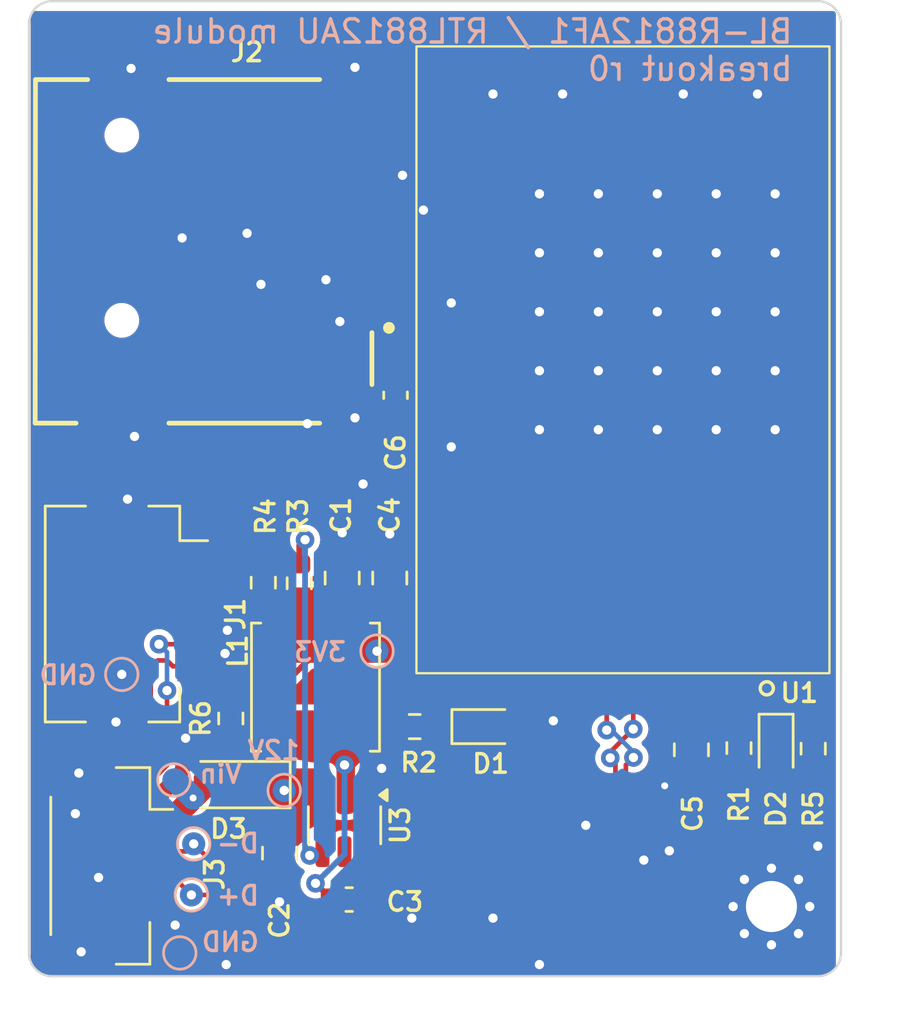
<source format=kicad_pcb>
(kicad_pcb (version 20221018) (generator pcbnew)
  (layers (0 "F.Cu" signal) (31 "B.Cu" signal) (34 "B.Paste" user) (35 "F.Paste" user) (36 "B.SilkS" user "B.Silkscreen") (37 "F.SilkS" user "F.Silkscreen") (38 "B.Mask" user) (39 "F.Mask" user) (44 "Edge.Cuts" user))
  (net 0 "")
  (net 1 "GND")
  (net 2 "+3V3")
  (net 3 "+12V")
  (net 4 "Net-(U3-SW)")
  (net 5 "Net-(U3-BST)")
  (net 6 "Net-(D1-K)")
  (net 7 "Net-(D1-A)")
  (net 8 "Net-(D2-K)")
  (net 9 "Net-(D3-A)")
  (net 10 "/SD_CLK")
  (net 11 "/SD_D0")
  (net 12 "/SD_D1")
  (net 13 "/SD_D2")
  (net 14 "/SD_D3")
  (net 15 "/SD_CMD")
  (net 16 "/WIFI_PDN")
  (net 17 "/USB_N")
  (net 18 "/USB_P")
  (net 19 "Net-(J1-Pin_12)")
  (net 21 "Net-(U1-PDN)")
  (net 22 "Net-(U3-FB)")
  (footprint "LED_SMD:LED_0603_1608Metric" (layer "F.Cu") (at 135.7125 79.25)
    (fp_text reference "D1" (at 0.1875 1.6) (layer "F.SilkS") (effects (font (size 0.8 0.8))))
    (fp_text value "LED_GREEN")
    (fp_line (start -1.485 -0.735) (end -1.485 0.735) (stroke (width 0.12)) (layer "F.SilkS"))
    (fp_line (start -1.485 0.735) (end 0.8 0.735) (stroke (width 0.12)) (layer "F.SilkS"))
    (fp_line (start 0.8 -0.735) (end -1.485 -0.735) (stroke (width 0.12)) (layer "F.SilkS"))
    (pad "1" smd roundrect (at -0.7875 0) (size 0.875 0.95) (layers "F.Cu" "F.Paste" "F.Mask") (net 6 "Net-(D1-K)"))
    (pad "2" smd roundrect (at 0.7875 0) (size 0.875 0.95) (layers "F.Cu" "F.Paste" "F.Mask") (net 7 "Net-(D1-A)"))
  )
  (footprint "Connector_JST:JST_GH_SM04B-GHS-TB_1x04-1MP_P1.25mm_Horizontal" (layer "F.Cu") (at 119.5 85.25 -90)
    (fp_text reference "J3" (at 0.35 -4.5 90) (layer "F.SilkS") (effects (font (size 0.8 0.8))))
    (fp_text value "JST-GH-4H")
    (fp_line (start -4.235 -1.71) (end -2.435 -1.71) (stroke (width 0.12)) (layer "F.SilkS"))
    (fp_line (start -4.235 -0.26) (end -4.235 -1.71) (stroke (width 0.12)) (layer "F.SilkS"))
    (fp_line (start -2.965 2.56) (end 2.965 2.56) (stroke (width 0.12)) (layer "F.SilkS"))
    (fp_line (start -2.435 -1.71) (end -2.435 -2.7) (stroke (width 0.12)) (layer "F.SilkS"))
    (fp_line (start 4.235 -1.71) (end 2.435 -1.71) (stroke (width 0.12)) (layer "F.SilkS"))
    (fp_line (start 4.235 -0.26) (end 4.235 -1.71) (stroke (width 0.12)) (layer "F.SilkS"))
    (pad "1" smd roundrect (at -1.875 -1.85 270) (size 0.6 1.7) (layers "F.Cu" "F.Paste" "F.Mask") (net 9 "Net-(D3-A)"))
    (pad "2" smd roundrect (at -0.625 -1.85 270) (size 0.6 1.7) (layers "F.Cu" "F.Paste" "F.Mask") (net 17 "/USB_N"))
    (pad "3" smd roundrect (at 0.625 -1.85 270) (size 0.6 1.7) (layers "F.Cu" "F.Paste" "F.Mask") (net 18 "/USB_P"))
    (pad "4" smd roundrect (at 1.875 -1.85 270) (size 0.6 1.7) (layers "F.Cu" "F.Paste" "F.Mask") (net 1 "GND"))
    (pad "MP" smd roundrect (at -3.725 1.35 270) (size 1 2.7) (layers "F.Cu" "F.Paste" "F.Mask") (net 1 "GND"))
    (pad "MP" smd roundrect (at 3.725 1.35 270) (size 1 2.7) (layers "F.Cu" "F.Paste" "F.Mask") (net 1 "GND"))
  )
  (footprint "Resistor_SMD:R_0603_1608Metric" (layer "F.Cu") (at 127.65 73.075 90)
    (fp_text reference "R3" (at 2.875 -0.05 90) (layer "F.SilkS") (effects (font (size 0.8 0.8))))
    (fp_text value "31K6")
    (fp_line (start -0.237258 -0.5225) (end 0.237258 -0.5225) (stroke (width 0.12)) (layer "F.SilkS"))
    (fp_line (start -0.237258 0.5225) (end 0.237258 0.5225) (stroke (width 0.12)) (layer "F.SilkS"))
    (pad "1" smd roundrect (at -0.825 0 90) (size 0.8 0.95) (layers "F.Cu" "F.Paste" "F.Mask") (net 2 "+3V3"))
    (pad "2" smd roundrect (at 0.825 0 90) (size 0.8 0.95) (layers "F.Cu" "F.Paste" "F.Mask") (net 22 "Net-(U3-FB)"))
  )
  (footprint "hadv-connectors:TF-01A" (layer "F.Cu") (at 123.5306 58.7782 -90)
    (fp_text reference "J2" (at -8.5782 -1.8694 -180) (layer "F.SilkS") (effects (font (size 0.8 0.8))))
    (fp_text value "TF-01A")
    (fp_line (start -7.4 -5) (end -7.4 1.5) (stroke (width 0.2032)) (layer "F.SilkS"))
    (fp_line (start -7.4 5) (end -7.39902 7.25) (stroke (width 0.2032)) (layer "F.SilkS"))
    (fp_line (start -7.39902 7.25) (end 7.39902 7.2627) (stroke (width 0.2032)) (layer "F.SilkS"))
    (fp_line (start 3.5 -7.25) (end 5.738 -7.25) (stroke (width 0.2032)) (layer "F.SilkS"))
    (fp_line (start 7.39902 7.2627) (end 7.4 5.5) (stroke (width 0.2032)) (layer "F.SilkS"))
    (fp_line (start 7.4 1.5) (end 7.4 -5) (stroke (width 0.2032)) (layer "F.SilkS"))
    (fp_circle (center 3.29565 -7.98449) (end 3.54965 -7.98449) (fill solid) (layer "F.SilkS"))
    (pad "" np_thru_hole circle (at -5.0038 3.5306 270) (size 0.999997 0.999997) (drill 0.999997) (layers "*.Cu" "*.Mask"))
    (pad "" np_thru_hole circle (at 2.9718 3.5306 270) (size 0.999997 0.999997) (drill 0.999997) (layers "*.Cu" "*.Mask"))
    (pad "1" smd rect (at 2.2298 -7.1738) (size 1.3 0.7) (layers "F.Cu" "F.Paste" "F.Mask") (net 13 "/SD_D2"))
    (pad "2" smd rect (at 1.1298 -7.1738) (size 1.3 0.7) (layers "F.Cu" "F.Paste" "F.Mask") (net 14 "/SD_D3"))
    (pad "3" smd rect (at 0.0298 -7.1738) (size 1.3 0.7) (layers "F.Cu" "F.Paste" "F.Mask") (net 15 "/SD_CMD"))
    (pad "4" smd rect (at -1.0702 -7.1738) (size 1.3 0.7) (layers "F.Cu" "F.Paste" "F.Mask") (net 2 "+3V3"))
    (pad "5" smd rect (at -2.1702 -7.1738) (size 1.3 0.7) (layers "F.Cu" "F.Paste" "F.Mask") (net 10 "/SD_CLK"))
    (pad "6" smd rect (at -3.2702 -7.1738) (size 1.3 0.7) (layers "F.Cu" "F.Paste" "F.Mask") (net 1 "GND"))
    (pad "7" smd rect (at -4.3702 -7.1738) (size 1.3 0.7) (layers "F.Cu" "F.Paste" "F.Mask") (net 11 "/SD_D0"))
    (pad "8" smd rect (at -5.4702 -7.1738) (size 1.3 0.7) (layers "F.Cu" "F.Paste" "F.Mask") (net 12 "/SD_D1"))
    (pad "9" smd rect (at -6.5702 -7.1738) (size 1.3 0.7) (layers "F.Cu" "F.Paste" "F.Mask"))
    (pad "10" smd rect (at -7.9886 -6.4) (size 1.651 1.4478) (layers "F.Cu" "F.Paste" "F.Mask") (net 1 "GND"))
    (pad "10" smd rect (at -7.9886 3.3) (size 2.4384 1.4478) (layers "F.Cu" "F.Paste" "F.Mask") (net 1 "GND"))
    (pad "10" smd rect (at 7.0612 -6.4) (size 1.651 1.8542) (layers "F.Cu" "F.Paste" "F.Mask") (net 1 "GND"))
    (pad "10" smd rect (at 7.8362 3.3) (size 2.4384 1.4478) (layers "F.Cu" "F.Paste" "F.Mask") (net 1 "GND"))
  )
  (footprint "Resistor_SMD:R_0603_1608Metric" (layer "F.Cu") (at 149.8 80.2 -90)
    (fp_text reference "R5" (at 2.6 0 90) (layer "F.SilkS") (effects (font (size 0.8 0.8))))
    (fp_text value "220R")
    (fp_line (start -0.237258 -0.5225) (end 0.237258 -0.5225) (stroke (width 0.12)) (layer "F.SilkS"))
    (fp_line (start -0.237258 0.5225) (end 0.237258 0.5225) (stroke (width 0.12)) (layer "F.SilkS"))
    (pad "1" smd roundrect (at -0.825 0 270) (size 0.8 0.95) (layers "F.Cu" "F.Paste" "F.Mask") (net 8 "Net-(D2-K)"))
    (pad "2" smd roundrect (at 0.825 0 270) (size 0.8 0.95) (layers "F.Cu" "F.Paste" "F.Mask") (net 1 "GND"))
  )
  (footprint "Resistor_SMD:R_0603_1608Metric" (layer "F.Cu") (at 146.6 80.175 90)
    (fp_text reference "R1" (at -2.425 0 90) (layer "F.SilkS") (effects (font (size 0.8 0.8))))
    (fp_text value "10K")
    (fp_line (start -0.237258 -0.5225) (end 0.237258 -0.5225) (stroke (width 0.12)) (layer "F.SilkS"))
    (fp_line (start -0.237258 0.5225) (end 0.237258 0.5225) (stroke (width 0.12)) (layer "F.SilkS"))
    (pad "1" smd roundrect (at -0.825 0 90) (size 0.8 0.95) (layers "F.Cu" "F.Paste" "F.Mask") (net 2 "+3V3"))
    (pad "2" smd roundrect (at 0.825 0 90) (size 0.8 0.95) (layers "F.Cu" "F.Paste" "F.Mask") (net 21 "Net-(U1-PDN)"))
  )
  (footprint "LED_SMD:LED_0603_1608Metric" (layer "F.Cu") (at 148.2 80.2 -90)
    (fp_text reference "D2" (at 2.6 0 90) (layer "F.SilkS") (effects (font (size 0.8 0.8))))
    (fp_text value "LED_RED")
    (fp_line (start -1.485 -0.735) (end -1.485 0.735) (stroke (width 0.12)) (layer "F.SilkS"))
    (fp_line (start -1.485 0.735) (end 0.8 0.735) (stroke (width 0.12)) (layer "F.SilkS"))
    (fp_line (start 0.8 -0.735) (end -1.485 -0.735) (stroke (width 0.12)) (layer "F.SilkS"))
    (pad "1" smd roundrect (at -0.7875 0 270) (size 0.875 0.95) (layers "F.Cu" "F.Paste" "F.Mask") (net 8 "Net-(D2-K)"))
    (pad "2" smd roundrect (at 0.7875 0 270) (size 0.875 0.95) (layers "F.Cu" "F.Paste" "F.Mask") (net 2 "+3V3"))
  )
  (footprint "Capacitor_SMD:C_0805_2012Metric" (layer "F.Cu") (at 129.5 72.85 -90)
    (fp_text reference "C1" (at -2.7 0.05 90) (layer "F.SilkS") (effects (font (size 0.8 0.8))))
    (fp_text value "22uF")
    (fp_line (start -0.261252 -0.735) (end 0.261252 -0.735) (stroke (width 0.12)) (layer "F.SilkS"))
    (fp_line (start -0.261252 0.735) (end 0.261252 0.735) (stroke (width 0.12)) (layer "F.SilkS"))
    (pad "1" smd roundrect (at -0.95 0 270) (size 1 1.45) (layers "F.Cu" "F.Paste" "F.Mask") (net 1 "GND"))
    (pad "2" smd roundrect (at 0.95 0 270) (size 1 1.45) (layers "F.Cu" "F.Paste" "F.Mask") (net 2 "+3V3"))
  )
  (footprint "Capacitor_SMD:C_0805_2012Metric" (layer "F.Cu") (at 126.8 84.7 90)
    (fp_text reference "C2" (at -2.9 0 90) (layer "F.SilkS") (effects (font (size 0.8 0.8))))
    (fp_text value "10uF")
    (fp_line (start -0.261252 -0.735) (end 0.261252 -0.735) (stroke (width 0.12)) (layer "F.SilkS"))
    (fp_line (start -0.261252 0.735) (end 0.261252 0.735) (stroke (width 0.12)) (layer "F.SilkS"))
    (pad "1" smd roundrect (at -0.95 0 90) (size 1 1.45) (layers "F.Cu" "F.Paste" "F.Mask") (net 1 "GND"))
    (pad "2" smd roundrect (at 0.95 0 90) (size 1 1.45) (layers "F.Cu" "F.Paste" "F.Mask") (net 3 "+12V"))
  )
  (footprint "Inductor_SMD:L_Sunlord_SWPA5020S" (layer "F.Cu") (at 128.35 77.55 90)
    (fp_text reference "L1" (at 1.55 -3.35 90) (layer "F.SilkS") (effects (font (size 0.8 0.8))))
    (fp_text value "LQH5BPN3R3N38L")
    (fp_line (start -2.76 -2.76) (end -2.76 -2.36) (stroke (width 0.12)) (layer "F.SilkS"))
    (fp_line (start -2.76 -2.76) (end 2.76 -2.76) (stroke (width 0.12)) (layer "F.SilkS"))
    (fp_line (start -2.76 2.76) (end -2.76 2.36) (stroke (width 0.12)) (layer "F.SilkS"))
    (fp_line (start -2.76 2.76) (end 2.76 2.76) (stroke (width 0.12)) (layer "F.SilkS"))
    (fp_line (start 2.76 -2.76) (end 2.76 -2.36) (stroke (width 0.12)) (layer "F.SilkS"))
    (fp_line (start 2.76 2.76) (end 2.76 2.36) (stroke (width 0.12)) (layer "F.SilkS"))
    (pad "1" smd rect (at -1.85 0 90) (size 1.4 4.2) (layers "F.Cu" "F.Paste" "F.Mask") (net 4 "Net-(U3-SW)"))
    (pad "2" smd rect (at 1.85 0 90) (size 1.4 4.2) (layers "F.Cu" "F.Paste" "F.Mask") (net 2 "+3V3"))
  )
  (footprint "Capacitor_SMD:C_0805_2012Metric" (layer "F.Cu") (at 144.55 80.25 90)
    (fp_text reference "C5" (at -2.75 0.05 90) (layer "F.SilkS") (effects (font (size 0.8 0.8))))
    (fp_text value "22uF")
    (fp_line (start -0.261252 -0.735) (end 0.261252 -0.735) (stroke (width 0.12)) (layer "F.SilkS"))
    (fp_line (start -0.261252 0.735) (end 0.261252 0.735) (stroke (width 0.12)) (layer "F.SilkS"))
    (pad "1" smd roundrect (at -0.95 0 90) (size 1 1.45) (layers "F.Cu" "F.Paste" "F.Mask") (net 1 "GND"))
    (pad "2" smd roundrect (at 0.95 0 90) (size 1 1.45) (layers "F.Cu" "F.Paste" "F.Mask") (net 2 "+3V3"))
  )
  (footprint "Capacitor_SMD:C_0603_1608Metric" (layer "F.Cu") (at 131.8 64.975 -90)
    (fp_text reference "C6" (at 2.475 0 90) (layer "F.SilkS") (effects (font (size 0.8 0.8))))
    (fp_text value "0.1uF")
    (fp_line (start -0.14058 -0.51) (end 0.14058 -0.51) (stroke (width 0.12)) (layer "F.SilkS"))
    (fp_line (start -0.14058 0.51) (end 0.14058 0.51) (stroke (width 0.12)) (layer "F.SilkS"))
    (pad "1" smd roundrect (at -0.775 0 270) (size 0.9 0.95) (layers "F.Cu" "F.Paste" "F.Mask") (net 2 "+3V3"))
    (pad "2" smd roundrect (at 0.775 0 270) (size 0.9 0.95) (layers "F.Cu" "F.Paste" "F.Mask") (net 1 "GND"))
  )
  (footprint "MountingHole:MountingHole_2.2mm_M2_Pad_Via" (layer "F.Cu") (at 148 87)
    (fp_text reference "H1" hide)
    (fp_text value "MH_2.2mm")
    (pad "1" thru_hole circle (at -1.65 0) (size 0.7 0.7) (drill 0.4) (layers "*.Cu" "*.Mask") (net 1 "GND"))
    (pad "1" thru_hole circle (at -1.166726 -1.166726) (size 0.7 0.7) (drill 0.4) (layers "*.Cu" "*.Mask") (net 1 "GND"))
    (pad "1" thru_hole circle (at -1.166726 1.166726) (size 0.7 0.7) (drill 0.4) (layers "*.Cu" "*.Mask") (net 1 "GND"))
    (pad "1" thru_hole circle (at 0 -1.65) (size 0.7 0.7) (drill 0.4) (layers "*.Cu" "*.Mask") (net 1 "GND"))
    (pad "1" thru_hole circle (at 0 0) (size 4.4 4.4) (drill 2.2) (layers "*.Cu" "*.Mask") (net 1 "GND"))
    (pad "1" thru_hole circle (at 0 1.65) (size 0.7 0.7) (drill 0.4) (layers "*.Cu" "*.Mask") (net 1 "GND"))
    (pad "1" thru_hole circle (at 1.166726 -1.166726) (size 0.7 0.7) (drill 0.4) (layers "*.Cu" "*.Mask") (net 1 "GND"))
    (pad "1" thru_hole circle (at 1.166726 1.166726) (size 0.7 0.7) (drill 0.4) (layers "*.Cu" "*.Mask") (net 1 "GND"))
    (pad "1" thru_hole circle (at 1.65 0) (size 0.7 0.7) (drill 0.4) (layers "*.Cu" "*.Mask") (net 1 "GND"))
  )
  (footprint "Resistor_SMD:R_0603_1608Metric" (layer "F.Cu") (at 132.625 79.25 180)
    (fp_text reference "R2" (at -0.175 -1.55) (layer "F.SilkS") (effects (font (size 0.8 0.8))))
    (fp_text value "220R")
    (fp_line (start -0.237258 -0.5225) (end 0.237258 -0.5225) (stroke (width 0.12)) (layer "F.SilkS"))
    (fp_line (start -0.237258 0.5225) (end 0.237258 0.5225) (stroke (width 0.12)) (layer "F.SilkS"))
    (pad "1" smd roundrect (at -0.825 0 180) (size 0.8 0.95) (layers "F.Cu" "F.Paste" "F.Mask") (net 6 "Net-(D1-K)"))
    (pad "2" smd roundrect (at 0.825 0 180) (size 0.8 0.95) (layers "F.Cu" "F.Paste" "F.Mask") (net 1 "GND"))
  )
  (footprint "Resistor_SMD:R_0603_1608Metric" (layer "F.Cu") (at 124.7 78.9 -90)
    (fp_text reference "R6" (at 0 1.3 90) (layer "F.SilkS") (effects (font (size 0.8 0.8))))
    (fp_text value "0R")
    (fp_line (start -0.237258 -0.5225) (end 0.237258 -0.5225) (stroke (width 0.12)) (layer "F.SilkS"))
    (fp_line (start -0.237258 0.5225) (end 0.237258 0.5225) (stroke (width 0.12)) (layer "F.SilkS"))
    (pad "1" smd roundrect (at -0.825 0 270) (size 0.8 0.95) (layers "F.Cu" "F.Paste" "F.Mask") (net 19 "Net-(J1-Pin_12)"))
    (pad "2" smd roundrect (at 0.825 0 270) (size 0.8 0.95) (layers "F.Cu" "F.Paste" "F.Mask") (net 2 "+3V3"))
  )
  (footprint "Package_TO_SOT_SMD:TSOT-23-6" (layer "F.Cu") (at 129.6 83.5 -90)
    (fp_text reference "U3" (at 0 -2.4 90) (layer "F.SilkS") (effects (font (size 0.8 0.8))))
    (fp_text value "AP62300WU")
    (fp_line (start 0 -1.56) (end -0.8 -1.56) (stroke (width 0.12)) (layer "F.SilkS"))
    (fp_line (start 0 -1.56) (end 0.8 -1.56) (stroke (width 0.12)) (layer "F.SilkS"))
    (fp_line (start 0 1.56) (end -0.8 1.56) (stroke (width 0.12)) (layer "F.SilkS"))
    (fp_line (start 0 1.56) (end 0.8 1.56) (stroke (width 0.12)) (layer "F.SilkS"))
    (fp_poly (pts (xy -1.3 -1.51) (xy -1.54 -1.84) (xy -1.06 -1.84) (xy -1.3 -1.51)) (stroke (width 0.12)) (fill solid) (layer "F.SilkS"))
    (pad "1" smd roundrect (at -1.1375 -0.95 270) (size 1.325 0.6) (layers "F.Cu" "F.Paste" "F.Mask") (net 1 "GND"))
    (pad "2" smd roundrect (at -1.1375 0 270) (size 1.325 0.6) (layers "F.Cu" "F.Paste" "F.Mask") (net 4 "Net-(U3-SW)"))
    (pad "3" smd roundrect (at -1.1375 0.95 270) (size 1.325 0.6) (layers "F.Cu" "F.Paste" "F.Mask") (net 3 "+12V"))
    (pad "4" smd roundrect (at 1.1375 0.95 270) (size 1.325 0.6) (layers "F.Cu" "F.Paste" "F.Mask") (net 22 "Net-(U3-FB)"))
    (pad "5" smd roundrect (at 1.1375 0 270) (size 1.325 0.6) (layers "F.Cu" "F.Paste" "F.Mask"))
    (pad "6" smd roundrect (at 1.1375 -0.95 270) (size 1.325 0.6) (layers "F.Cu" "F.Paste" "F.Mask") (net 5 "Net-(U3-BST)"))
  )
  (footprint "Capacitor_SMD:C_0805_2012Metric" (layer "F.Cu") (at 131.55 72.85 -90)
    (fp_text reference "C4" (at -2.7 0 90) (layer "F.SilkS") (effects (font (size 0.8 0.8))))
    (fp_text value "22uF")
    (fp_line (start -0.261252 -0.735) (end 0.261252 -0.735) (stroke (width 0.12)) (layer "F.SilkS"))
    (fp_line (start -0.261252 0.735) (end 0.261252 0.735) (stroke (width 0.12)) (layer "F.SilkS"))
    (pad "1" smd roundrect (at -0.95 0 270) (size 1 1.45) (layers "F.Cu" "F.Paste" "F.Mask") (net 1 "GND"))
    (pad "2" smd roundrect (at 0.95 0 270) (size 1 1.45) (layers "F.Cu" "F.Paste" "F.Mask") (net 2 "+3V3"))
  )
  (footprint "Resistor_SMD:R_0603_1608Metric" (layer "F.Cu") (at 126.1 73.05 -90)
    (fp_text reference "R4" (at -2.85 -0.1 90) (layer "F.SilkS") (effects (font (size 0.8 0.8))))
    (fp_text value "10K")
    (fp_line (start -0.237258 -0.5225) (end 0.237258 -0.5225) (stroke (width 0.12)) (layer "F.SilkS"))
    (fp_line (start -0.237258 0.5225) (end 0.237258 0.5225) (stroke (width 0.12)) (layer "F.SilkS"))
    (pad "1" smd roundrect (at -0.825 0 270) (size 0.8 0.95) (layers "F.Cu" "F.Paste" "F.Mask") (net 22 "Net-(U3-FB)"))
    (pad "2" smd roundrect (at 0.825 0 270) (size 0.8 0.95) (layers "F.Cu" "F.Paste" "F.Mask") (net 1 "GND"))
  )
  (footprint "hadv-rf:BL-R8812AF1" (layer "F.Cu") (at 150.5 76.95 90)
    (fp_text reference "U1" (at -0.85 -1.3 unlocked) (layer "F.SilkS") (effects (font (size 0.8 0.8))))
    (fp_text value "~")
    (fp_rect (start 0 -17.8) (end 27 0) (stroke (width 0.1)) (fill none) (layer "F.SilkS"))
    (pad "1" smd roundrect (at 0 -3.9 90) (size 2 1.2) (layers "F.Cu" "F.Paste" "F.Mask") (roundrect_rratio 0.15) (net 21 "Net-(U1-PDN)"))
    (pad "2" smd roundrect (at 0 -5.9 90) (size 2 1.2) (layers "F.Cu" "F.Paste" "F.Mask") (roundrect_rratio 0.15) (net 2 "+3V3"))
    (pad "3" smd roundrect (at 0 -7.9 90) (size 2 1.2) (layers "F.Cu" "F.Paste" "F.Mask") (roundrect_rratio 0.15) (net 17 "/USB_N"))
    (pad "4" smd roundrect (at 0 -9.9 90) (size 2 1.2) (layers "F.Cu" "F.Paste" "F.Mask") (roundrect_rratio 0.15) (net 18 "/USB_P"))
    (pad "5" smd roundrect (at 0 -11.9 90) (size 2 1.2) (layers "F.Cu" "F.Paste" "F.Mask") (roundrect_rratio 0.15) (net 1 "GND"))
    (pad "6" smd roundrect (at 0 -13.9 90) (size 2 1.2) (layers "F.Cu" "F.Paste" "F.Mask") (roundrect_rratio 0.15) (net 7 "Net-(D1-A)"))
    (pad "7" smd roundrect (at 27 -14.55 90) (size 2 1) (layers "F.Cu" "F.Paste" "F.Mask") (roundrect_rratio 0.15) (net 1 "GND"))
    (pad "8" smd roundrect (at 27 -13.05 90) (size 2 1) (layers "F.Cu" "F.Paste" "F.Mask") (roundrect_rratio 0.15))
    (pad "9" smd roundrect (at 27 -11.55 90) (size 2 1) (layers "F.Cu" "F.Paste" "F.Mask") (roundrect_rratio 0.15) (net 1 "GND"))
    (pad "10" smd roundrect (at 27 -6.2 90) (size 2 1) (layers "F.Cu" "F.Paste" "F.Mask") (roundrect_rratio 0.15) (net 1 "GND"))
    (pad "11" smd roundrect (at 27 -4.7 90) (size 2 1) (layers "F.Cu" "F.Paste" "F.Mask") (roundrect_rratio 0.15))
    (pad "12" smd roundrect (at 27 -3.2 90) (size 2 1) (layers "F.Cu" "F.Paste" "F.Mask") (roundrect_rratio 0.15) (net 1 "GND"))
  )
  (footprint "Diode_SMD:D_SOD-123F" (layer "F.Cu") (at 125.05 81.75 180)
    (fp_text reference "D3" (at 0.45 -1.905) (layer "F.SilkS") (effects (font (size 0.8 0.8))))
    (fp_text value "DSS34")
    (fp_line (start -2.21 -1) (end -2.21 1) (stroke (width 0.12)) (layer "F.SilkS"))
    (fp_line (start -2.21 -1) (end 1.65 -1) (stroke (width 0.12)) (layer "F.SilkS"))
    (fp_line (start -2.21 1) (end 1.65 1) (stroke (width 0.12)) (layer "F.SilkS"))
    (pad "1" smd roundrect (at -1.4 0 180) (size 1.1 1.1) (layers "F.Cu" "F.Paste" "F.Mask") (roundrect_rratio 0.2272727273) (net 3 "+12V"))
    (pad "2" smd roundrect (at 1.4 0 180) (size 1.1 1.1) (layers "F.Cu" "F.Paste" "F.Mask") (roundrect_rratio 0.2272727273) (net 9 "Net-(D3-A)"))
  )
  (footprint "Connector_FFC-FPC:Hirose_FH12-12S-0.5SH_1x12-1MP_P0.50mm_Horizontal" (layer "F.Cu") (at 121.2 74.4 -90)
    (fp_text reference "J1" (at 0 -3.7 90) (layer "F.SilkS") (effects (font (size 0.8 0.8))))
    (fp_text value "FFC_12p_H")
    (fp_line (start -4.65 -1.3) (end -4.65 0.04) (stroke (width 0.12)) (layer "F.SilkS"))
    (fp_line (start -4.65 2.76) (end -4.65 4.5) (stroke (width 0.12)) (layer "F.SilkS"))
    (fp_line (start -4.65 4.5) (end 4.65 4.5) (stroke (width 0.12)) (layer "F.SilkS"))
    (fp_line (start -3.16 -1.3) (end -4.65 -1.3) (stroke (width 0.12)) (layer "F.SilkS"))
    (fp_line (start -3.16 -1.3) (end -3.16 -2.5) (stroke (width 0.12)) (layer "F.SilkS"))
    (fp_line (start 3.16 -1.3) (end 4.65 -1.3) (stroke (width 0.12)) (layer "F.SilkS"))
    (fp_line (start 4.65 -1.3) (end 4.65 0.04) (stroke (width 0.12)) (layer "F.SilkS"))
    (fp_line (start 4.65 4.5) (end 4.65 2.76) (stroke (width 0.12)) (layer "F.SilkS"))
    (pad "1" smd rect (at -2.75 -1.85 270) (size 0.3 1.3) (layers "F.Cu" "F.Paste" "F.Mask") (net 10 "/SD_CLK"))
    (pad "2" smd rect (at -2.25 -1.85 270) (size 0.3 1.3) (layers "F.Cu" "F.Paste" "F.Mask") (net 11 "/SD_D0"))
    (pad "3" smd rect (at -1.75 -1.85 270) (size 0.3 1.3) (layers "F.Cu" "F.Paste" "F.Mask") (net 12 "/SD_D1"))
    (pad "4" smd rect (at -1.25 -1.85 270) (size 0.3 1.3) (layers "F.Cu" "F.Paste" "F.Mask") (net 13 "/SD_D2"))
    (pad "5" smd rect (at -0.75 -1.85 270) (size 0.3 1.3) (layers "F.Cu" "F.Paste" "F.Mask") (net 14 "/SD_D3"))
    (pad "6" smd rect (at -0.25 -1.85 270) (size 0.3 1.3) (layers "F.Cu" "F.Paste" "F.Mask") (net 15 "/SD_CMD"))
    (pad "7" smd rect (at 0.25 -1.85 270) (size 0.3 1.3) (layers "F.Cu" "F.Paste" "F.Mask") (net 16 "/WIFI_PDN"))
    (pad "8" smd rect (at 0.75 -1.85 270) (size 0.3 1.3) (layers "F.Cu" "F.Paste" "F.Mask") (net 1 "GND"))
    (pad "9" smd rect (at 1.25 -1.85 270) (size 0.3 1.3) (layers "F.Cu" "F.Paste" "F.Mask") (net 17 "/USB_N"))
    (pad "10" smd rect (at 1.75 -1.85 270) (size 0.3 1.3) (layers "F.Cu" "F.Paste" "F.Mask") (net 1 "GND"))
    (pad "11" smd rect (at 2.25 -1.85 270) (size 0.3 1.3) (layers "F.Cu" "F.Paste" "F.Mask") (net 18 "/USB_P"))
    (pad "12" smd rect (at 2.75 -1.85 270) (size 0.3 1.3) (layers "F.Cu" "F.Paste" "F.Mask") (net 19 "Net-(J1-Pin_12)"))
    (pad "MP" smd rect (at -4.65 1.4 270) (size 1.8 2.2) (layers "F.Cu" "F.Paste" "F.Mask") (net 1 "GND"))
    (pad "MP" smd rect (at 4.65 1.4 270) (size 1.8 2.2) (layers "F.Cu" "F.Paste" "F.Mask") (net 1 "GND"))
  )
  (footprint "Capacitor_SMD:C_0603_1608Metric" (layer "F.Cu") (at 129.8 86.7)
    (fp_text reference "C3" (at 2.4 0.1) (layer "F.SilkS") (effects (font (size 0.8 0.8))))
    (fp_text value "0.1uF")
    (fp_line (start -0.14058 -0.51) (end 0.14058 -0.51) (stroke (width 0.12)) (layer "F.SilkS"))
    (fp_line (start -0.14058 0.51) (end 0.14058 0.51) (stroke (width 0.12)) (layer "F.SilkS"))
    (pad "1" smd roundrect (at -0.775 0) (size 0.9 0.95) (layers "F.Cu" "F.Paste" "F.Mask") (net 4 "Net-(U3-SW)"))
    (pad "2" smd roundrect (at 0.775 0) (size 0.9 0.95) (layers "F.Cu" "F.Paste" "F.Mask") (net 5 "Net-(U3-BST)"))
  )
  (footprint "TestPoint:TestPoint_Pad_D1.0mm" (layer "B.Cu") (at 123.1 84.3 180)
    (fp_text reference "TP6" hide)
    (fp_text value "TP_1MM")
    (fp_circle (center 0 0) (end 0 -0.7) (stroke (width 0.12)) (fill none) (layer "B.SilkS"))
    (pad "1" smd circle (at 0 0 180) (size 1 1) (layers "B.Cu" "B.Mask") (net 17 "/USB_N"))
  )
  (footprint "TestPoint:TestPoint_Pad_D1.0mm" (layer "B.Cu") (at 120 77 180)
    (fp_text reference "TP3" hide)
    (fp_text value "TP_1MM")
    (fp_circle (center 0 0) (end 0 -0.7) (stroke (width 0.12)) (fill none) (layer "B.SilkS"))
    (pad "1" smd circle (at 0 0 180) (size 1 1) (layers "B.Cu" "B.Mask") (net 1 "GND"))
  )
  (footprint "TestPoint:TestPoint_Pad_D1.0mm" (layer "B.Cu") (at 123 86.5 180)
    (fp_text reference "TP7" hide)
    (fp_text value "TP_1MM")
    (fp_circle (center 0 0) (end 0 -0.7) (stroke (width 0.12)) (fill none) (layer "B.SilkS"))
    (pad "1" smd circle (at 0 0 180) (size 1 1) (layers "B.Cu" "B.Mask") (net 18 "/USB_P"))
  )
  (footprint "TestPoint:TestPoint_Pad_D1.0mm" (layer "B.Cu") (at 122.5 89 180)
    (fp_text reference "TP5" hide)
    (fp_text value "TP_1MM")
    (fp_circle (center 0 0) (end 0 -0.7) (stroke (width 0.12)) (fill none) (layer "B.SilkS"))
    (pad "1" smd circle (at 0 0 180) (size 1 1) (layers "B.Cu" "B.Mask") (net 1 "GND"))
  )
  (footprint "TestPoint:TestPoint_Pad_D1.0mm" (layer "B.Cu") (at 131 76 180)
    (fp_text reference "TP2" hide)
    (fp_text value "TP_1MM")
    (fp_circle (center 0 0) (end 0 -0.7) (stroke (width 0.12)) (fill none) (layer "B.SilkS"))
    (pad "1" smd circle (at 0 0 180) (size 1 1) (layers "B.Cu" "B.Mask") (net 2 "+3V3"))
  )
  (footprint "TestPoint:TestPoint_Pad_D1.0mm" (layer "B.Cu") (at 127 82 180)
    (fp_text reference "TP4" hide)
    (fp_text value "TP_1MM")
    (fp_circle (center 0 0) (end 0 -0.7) (stroke (width 0.12)) (fill none) (layer "B.SilkS"))
    (pad "1" smd circle (at 0 0 180) (size 1 1) (layers "B.Cu" "B.Mask") (net 3 "+12V"))
  )
  (footprint "TestPoint:TestPoint_Pad_D1.0mm" (layer "B.Cu") (at 122.25 81.55 180)
    (fp_text reference "TP1" hide)
    (fp_text value "TP_1MM")
    (fp_circle (center 0 0) (end 0 -0.7) (stroke (width 0.12)) (fill none) (layer "B.SilkS"))
    (pad "1" smd circle (at 0 0 180) (size 1 1) (layers "B.Cu" "B.Mask") (net 9 "Net-(D3-A)"))
  )
  (gr_circle (center 147.8 77.6) (end 148 77.8) (stroke (width 0.15)) (fill none) (layer "F.SilkS"))
  (gr_arc (start 116 49) (mid 116.292893 48.292893) (end 117 48) (stroke (width 0.1)) (layer "Edge.Cuts"))
  (gr_arc (start 150 48) (mid 150.707107 48.292893) (end 151 49) (stroke (width 0.1)) (layer "Edge.Cuts"))
  (gr_arc (start 117 90) (mid 116.292893 89.707107) (end 116 89) (stroke (width 0.1)) (layer "Edge.Cuts"))
  (gr_line (start 116 89) (end 116 49) (stroke (width 0.1)) (layer "Edge.Cuts"))
  (gr_line (start 151 49) (end 151 89) (stroke (width 0.1)) (layer "Edge.Cuts"))
  (gr_line (start 150 90) (end 117 90) (stroke (width 0.1)) (layer "Edge.Cuts"))
  (gr_line (start 117 48) (end 150 48) (stroke (width 0.1)) (layer "Edge.Cuts"))
  (gr_arc (start 151 89) (mid 150.707107 89.707107) (end 150 90) (stroke (width 0.1)) (layer "Edge.Cuts"))
  (gr_text "D-" (at 126 84.75) (layer "B.SilkS") (effects (font (size 0.8 0.8)) (justify left bottom mirror)))
  (gr_text "Vin" (at 125.25 81.75) (layer "B.SilkS") (effects (font (size 0.8 0.8)) (justify left bottom mirror)))
  (gr_text "D+" (at 126 87) (layer "B.SilkS") (effects (font (size 0.8 0.8)) (justify left bottom mirror)))
  (gr_text "3V3" (at 129.75 76.5) (layer "B.SilkS") (effects (font (size 0.8 0.8)) (justify left bottom mirror)))
  (gr_text "GND" (at 119 77.5) (layer "B.SilkS") (effects (font (size 0.8 0.8)) (justify left bottom mirror)))
  (gr_text "12V" (at 127.75 80.75) (layer "B.SilkS") (effects (font (size 0.8 0.8)) (justify left bottom mirror)))
  (gr_text "BL-R8812AF1 / RTL8812AU module\nbreakout r0\n" (at 149 51.5) (layer "B.SilkS") (effects (font (size 1 1)) (justify left bottom mirror)))
  (gr_text "GND" (at 126 89) (layer "B.SilkS") (effects (font (size 0.8 0.8)) (justify left bottom mirror)))
  (segment (start 126.8 85.65) (end 126.8 86.8) (width 0.25) (layer "F.Cu") (net 1))
  (segment (start 120.4144 66.6144) (end 120.55 66.75) (width 0.25) (layer "F.Cu") (net 1))
  (segment (start 131.2 81.05) (end 130.55 81.7) (width 0.25) (layer "F.Cu") (net 1))
  (segment (start 121.625 87.125) (end 121.35 87.125) (width 0.25) (layer "F.Cu") (net 1))
  (segment (start 118.225 88.975) (end 118.25 88.95) (width 0.25) (layer "F.Cu") (net 1))
  (segment (start 119.95 69.75) (end 120.25 69.45) (width 0.25) (layer "F.Cu") (net 1))
  (segment (start 123.05 75.15) (end 124.5 75.15) (width 0.25) (layer "F.Cu") (net 1))
  (segment (start 130.55 81.7) (end 130.55 82.3625) (width 0.25) (layer "F.Cu") (net 1))
  (segment (start 118.15 81.525) (end 118.15 81.25) (width 0.25) (layer "F.Cu") (net 1))
  (segment (start 130.7044 55.508) (end 132.092 55.508) (width 0.25) (layer "F.Cu") (net 1))
  (segment (start 131.55 71.9) (end 131.55 70.95) (width 0.25) (layer "F.Cu") (net 1))
  (segment (start 129.9896 50.7896) (end 130.05 50.85) (width 0.25) (layer "F.Cu") (net 1))
  (segment (start 118.15 88.975) (end 118.225 88.975) (width 0.25) (layer "F.Cu") (net 1))
  (segment (start 144.55 81.2) (end 144 81.2) (width 1) (layer "F.Cu") (net 1))
  (segment (start 119.8 79.05) (end 119.75 79.05) (width 0.25) (layer "F.Cu") (net 1))
  (segment (start 120.2896 50.7896) (end 120.4 50.9) (width 0.25) (layer "F.Cu") (net 1))
  (segment (start 132.092 55.508) (end 132.1 55.5) (width 0.25) (layer "F.Cu") (net 1))
  (segment (start 122.3 87.8) (end 121.625 87.125) (width 0.25) (layer "F.Cu") (net 1))
  (segment (start 119.8 69.75) (end 119.95 69.75) (width 0.25) (layer "F.Cu") (net 1))
  (segment (start 124.5 75.15) (end 124.55 75.1) (width 0.25) (layer "F.Cu") (net 1))
  (segment (start 129.9306 50.7896) (end 129.9896 50.7896) (width 0.25) (layer "F.Cu") (net 1))
  (segment (start 124.4 76.15) (end 124.45 76.1) (width 0.25) (layer "F.Cu") (net 1))
  (segment (start 129.9306 65.8394) (end 129.9394 65.8394) (width 0.25) (layer "F.Cu") (net 1))
  (segment (start 129.5 71.9) (end 129.5 70.9) (width 0.25) (layer "F.Cu") (net 1))
  (segment (start 120.2306 66.6144) (end 120.4144 66.6144) (width 0.25) (layer "F.Cu") (net 1))
  (segment (start 123.05 76.15) (end 124.4 76.15) (width 0.25) (layer "F.Cu") (net 1))
  (segment (start 120.2306 50.7896) (end 120.2896 50.7896) (width 0.25) (layer "F.Cu") (net 1))
  (segment (start 144 81.2) (end 143.4 81.8) (width 1) (layer "F.Cu") (net 1))
  (segment (start 129.9394 65.8394) (end 130.05 65.95) (width 0.25) (layer "F.Cu") (net 1))
  (via (at 140.54 66.46) (size 0.8) (drill 0.4) (layers "F.Cu" "B.Cu") (net 1))
  (via (at 148.16 56.3) (size 0.8) (drill 0.4) (layers "F.Cu" "B.Cu") (net 1))
  (via (at 134.2 61) (size 0.8) (drill 0.4) (layers "F.Cu" "B.Cu") (net 1))
  (via (at 138 63.92) (size 0.8) (drill 0.4) (layers "F.Cu" "B.Cu") (net 1))
  (via (at 126.8 86.8) (size 0.8) (drill 0.4) (layers "F.Cu" "B.Cu") (net 1))
  (via (at 143.6 84.6) (size 0.8) (drill 0.4) (layers "F.Cu" "B.Cu") (net 1))
  (via (at 120 77) (size 0.8) (drill 0.4) (layers "F.Cu" "B.Cu") (net 1))
  (via (at 119 85.75) (size 0.8) (drill 0.4) (layers "F.Cu" "B.Cu") (net 1))
  (via (at 142.5 85) (size 0.8) (drill 0.4) (layers "F.Cu" "B.Cu") (net 1))
  (via (at 138 58.84) (size 0.8) (drill 0.4) (layers "F.Cu" "B.Cu") (net 1))
  (via (at 122.6 58.2) (size 0.8) (drill 0.4) (layers "F.Cu" "B.Cu") (net 1))
  (via (at 143.08 58.84) (size 0.8) (drill 0.4) (layers "F.Cu" "B.Cu") (net 1))
  (via (at 118.15 81.25) (size 0.8) (drill 0.4) (layers "F.Cu" "B.Cu") (net 1))
  (via (at 120.25 69.45) (size 0.8) (drill 0.4) (layers "F.Cu" "B.Cu") (net 1))
  (via (at 143.4 81.8) (size 0.5) (drill 0.3) (layers "F.Cu" "B.Cu") (net 1))
  (via (at 138.6 79) (size 0.8) (drill 0.4) (layers "F.Cu" "B.Cu") (net 1))
  (via (at 140 83.5) (size 0.8) (drill 0.4) (layers "F.Cu" "B.Cu") (net 1))
  (via (at 118.25 88.95) (size 0.8) (drill 0.4) (layers "F.Cu" "B.Cu") (net 1))
  (via (at 126 60.2) (size 0.8) (drill 0.4) (layers "F.Cu" "B.Cu") (net 1))
  (via (at 132.5 87.5) (size 0.8) (drill 0.4) (layers "F.Cu" "B.Cu") (net 1))
  (via (at 131.2 81.05) (size 0.8) (drill 0.4) (layers "F.Cu" "B.Cu") (net 1))
  (via (at 143.08 61.38) (size 0.8) (drill 0.4) (layers "F.Cu" "B.Cu") (net 1))
  (via (at 120.4 50.9) (size 0.8) (drill 0.4) (layers "F.Cu" "B.Cu") (net 1))
  (via (at 129.5 70.9) (size 0.8) (drill 0.4) (layers "F.Cu" "B.Cu") (net 1))
  (via (at 148.16 58.84) (size 0.8) (drill 0.4) (layers "F.Cu" "B.Cu") (net 1))
  (via (at 148.16 61.38) (size 0.8) (drill 0.4) (layers "F.Cu" "B.Cu") (net 1))
  (via (at 138 56.3) (size 0.8) (drill 0.4) (layers "F.Cu" "B.Cu") (net 1))
  (via (at 143.08 56.3) (size 0.8) (drill 0.4) (layers "F.Cu" "B.Cu") (net 1))
  (via (at 140.54 56.3) (size 0.8) (drill 0.4) (layers "F.Cu" "B.Cu") (net 1))
  (via (at 138 66.46) (size 0.8) (drill 0.4) (layers "F.Cu" "B.Cu") (net 1))
  (via (at 122.3 87.8) (size 0.8) (drill 0.4) (layers "F.Cu" "B.Cu") (net 1))
  (via (at 136 52) (size 0.8) (drill 0.4) (layers "F.Cu" "B.Cu") (net 1))
  (via (at 130.05 65.95) (size 0.8) (drill 0.4) (layers "F.Cu" "B.Cu") (net 1))
  (via (at 130.05 50.85) (size 0.8) (drill 0.4) (layers "F.Cu" "B.Cu") (net 1))
  (via (at 147.4 52) (size 0.8) (drill 0.4) (layers "F.Cu" "B.Cu") (net 1))
  (via (at 145.62 61.38) (size 0.8) (drill 0.4) (layers "F.Cu" "B.Cu") (net 1))
  (via (at 131.55 70.95) (size 0.8) (drill 0.4) (layers "F.Cu" "B.Cu") (net 1))
  (via (at 145.62 58.84) (size 0.8) (drill 0.4) (layers "F.Cu" "B.Cu") (net 1))
  (via (at 145.62 63.92) (size 0.8) (drill 0.4) (layers "F.Cu" "B.Cu") (net 1))
  (via (at 150 84.4) (size 0.8) (drill 0.4) (layers "F.Cu" "B.Cu") (net 1))
  (via (at 145.62 56.3) (size 0.8) (drill 0.4) (layers "F.Cu" "B.Cu") (net 1))
  (via (at 132.1 55.5) (size 0.8) (drill 0.4) (layers "F.Cu" "B.Cu") (net 1))
  (via (at 144.2 52) (size 0.8) (drill 0.4) (layers "F.Cu" "B.Cu") (net 1))
  (via (at 145.62 66.46) (size 0.8) (drill 0.4) (layers "F.Cu" "B.Cu") (net 1))
  (via (at 124.55 75.1) (size 0.8) (drill 0.4) (layers "F.Cu" "B.Cu") (net 1))
  (via (at 143.08 63.92) (size 0.8) (drill 0.4) (layers "F.Cu" "B.Cu") (net 1))
  (via (at 140.54 61.38) (size 0.8) (drill 0.4) (layers "F.Cu" "B.Cu") (net 1))
  (via (at 128 66.2) (size 0.6) (drill 0.4) (layers "F.Cu" "B.Cu") (net 1))
  (via (at 124.45 76.1) (size 0.8) (drill 0.4) (layers "F.Cu" "B.Cu") (net 1))
  (via (at 148.16 66.46) (size 0.8) (drill 0.4) (layers "F.Cu" "B.Cu") (net 1))
  (via (at 136 87.5) (size 0.8) (drill 0.4) (layers "F.Cu" "B.Cu") (net 1))
  (via (at 138 89.5) (size 0.8) (drill 0.4) (layers "F.Cu" "B.Cu") (net 1))
  (via (at 139 52) (size 0.8) (drill 0.4) (layers "F.Cu" "B.Cu") (net 1))
  (via (at 138 61.38) (size 0.8) (drill 0.4) (layers "F.Cu" "B.Cu") (net 1))
  (via (at 148.16 63.92) (size 0.8) (drill 0.4) (layers "F.Cu" "B.Cu") (net 1))
  (via (at 134.2 67.2) (size 0.8) (drill 0.4) (layers "F.Cu" "B.Cu") (net 1))
  (via (at 140.54 63.92) (size 0.8) (drill 0.4) (layers "F.Cu" "B.Cu") (net 1))
  (via (at 133 57) (size 0.8) (drill 0.4) (layers "F.Cu" "B.Cu") (net 1))
  (via (at 118 83) (size 0.8) (drill 0.4) (layers "F.Cu" "B.Cu") (net 1))
  (via (at 143.08 66.46) (size 0.8) (drill 0.4) (layers "F.Cu" "B.Cu") (net 1))
  (via (at 122.75 79.75) (size 0.8) (drill 0.4) (layers "F.Cu" "B.Cu") (net 1))
  (via (at 124.5 89.5) (size 0.8) (drill 0.4) (layers "F.Cu" "B.Cu") (net 1))
  (via (at 125.4 58) (size 0.8) (drill 0.4) (layers "F.Cu" "B.Cu") (net 1))
  (via (at 140.54 58.84) (size 0.8) (drill 0.4) (layers "F.Cu" "B.Cu") (net 1))
  (via (at 129.4 61.8) (size 0.6) (drill 0.4) (layers "F.Cu" "B.Cu") (net 1))
  (via (at 128.8 60) (size 0.8) (drill 0.4) (layers "F.Cu" "B.Cu") (net 1))
  (via (at 130.4 68.8) (size 0.8) (drill 0.4) (layers "F.Cu" "B.Cu") (net 1))
  (via (at 120.55 66.75) (size 0.8) (drill 0.4) (layers "F.Cu" "B.Cu") (net 1))
  (via (at 119.75 79.05) (size 0.8) (drill 0.4) (layers "F.Cu" "B.Cu") (net 1))
  (segment (start 131.8 64.2) (end 132.85 63.15) (width 0.25) (layer "F.Cu") (net 2))
  (segment (start 144.6 76.465492) (end 141.934508 73.8) (width 1) (layer "F.Cu") (net 2))
  (segment (start 144.55 79.3) (end 144.55 77) (width 1) (layer "F.Cu") (net 2))
  (segment (start 132.6 65) (end 131.8 64.2) (width 0.25) (layer "F.Cu") (net 2))
  (segment (start 146.6 81) (end 146.25 81) (width 0.25) (layer "F.Cu") (net 2))
  (segment (start 132.85 63.15) (end 132.85 58.9536) (width 0.25) (layer "F.Cu") (net 2))
  (segment (start 132.3 73.8) (end 132.6 73.5) (width 0.25) (layer "F.Cu") (net 2))
  (segment (start 148.1875 81) (end 148.2 80.9875) (width 0.25) (layer "F.Cu") (net 2))
  (segment (start 146.25 81) (end 144.55 79.3) (width 0.25) (layer "F.Cu") (net 2))
  (segment (start 132.85 58.9536) (end 131.6044 57.708) (width 0.25) (layer "F.Cu") (net 2))
  (segment (start 128.35 76.075) (end 128.35 75.7) (width 0.25) (layer "F.Cu") (net 2))
  (segment (start 131.6044 57.708) (end 130.7044 57.708) (width 0.25) (layer "F.Cu") (net 2))
  (segment (start 141.934508 73.8) (end 132.3 73.8) (width 1) (layer "F.Cu") (net 2))
  (segment (start 144.55 77) (end 144.6 76.95) (width 1) (layer "F.Cu") (net 2))
  (segment (start 144.6 76.95) (end 144.6 76.465492) (width 1) (layer "F.Cu") (net 2))
  (segment (start 124.7 79.725) (end 128.35 76.075) (width 0.25) (layer "F.Cu") (net 2))
  (segment (start 146.6 81) (end 148.1875 81) (width 0.25) (layer "F.Cu") (net 2))
  (segment (start 132.3 73.8) (end 131.55 73.8) (width 1) (layer "F.Cu") (net 2))
  (segment (start 132.6 73.5) (end 132.6 65) (width 0.25) (layer "F.Cu") (net 2))
  (via (at 131 76) (size 0.8) (drill 0.4) (layers "F.Cu" "B.Cu") (net 2))
  (segment (start 126.75 81.75) (end 127 82) (width 0.25) (layer "F.Cu") (net 3))
  (segment (start 126.45 81.75) (end 126.75 81.75) (width 0.25) (layer "F.Cu") (net 3))
  (via (at 127 82) (size 0.8) (drill 0.4) (layers "F.Cu" "B.Cu") (net 3))
  (segment (start 129.6 80.65) (end 128.35 79.4) (width 0.25) (layer "F.Cu") (net 4))
  (segment (start 129.025 86.7) (end 129.025 86.675) (width 0.25) (layer "F.Cu") (net 4))
  (segment (start 129.025 86.675) (end 128.35 86) (width 0.25) (layer "F.Cu") (net 4))
  (segment (start 129.6 80.9) (end 129.6 82.3625) (width 0.25) (layer "F.Cu") (net 4))
  (segment (start 129.6 80.9) (end 129.6 80.65) (width 0.25) (layer "F.Cu") (net 4))
  (via (at 128.35 86) (size 0.8) (drill 0.4) (layers "F.Cu" "B.Cu") (net 4))
  (via (at 129.6 80.9) (size 0.8) (drill 0.4) (layers "F.Cu" "B.Cu") (net 4))
  (segment (start 129.6 80.9) (end 129.6 84.75) (width 0.25) (layer "B.Cu") (net 4))
  (segment (start 129.6 84.75) (end 128.35 86) (width 0.25) (layer "B.Cu") (net 4))
  (segment (start 130.575 84.6625) (end 130.55 84.6375) (width 0.25) (layer "F.Cu") (net 5))
  (segment (start 130.575 86.7) (end 130.575 84.6625) (width 0.25) (layer "F.Cu") (net 5))
  (segment (start 133.45 79.25) (end 134.925 79.25) (width 0.25) (layer "F.Cu") (net 6))
  (segment (start 136.5 77.05) (end 136.6 76.95) (width 0.25) (layer "F.Cu") (net 7))
  (segment (start 136.5 79.25) (end 136.5 77.05) (width 0.25) (layer "F.Cu") (net 7))
  (segment (start 149.7625 79.4125) (end 149.8 79.375) (width 0.25) (layer "F.Cu") (net 8))
  (segment (start 148.2 79.4125) (end 149.7625 79.4125) (width 0.25) (layer "F.Cu") (net 8))
  (segment (start 121.35 83.375) (end 122.025 83.375) (width 1) (layer "F.Cu") (net 9))
  (segment (start 123.075 82.325) (end 123.65 81.75) (width 1) (layer "F.Cu") (net 9))
  (segment (start 122.025 83.375) (end 123.075 82.325) (width 1) (layer "F.Cu") (net 9))
  (via (at 123.075 82.325) (size 0.5) (drill 0.3) (layers "F.Cu" "B.Cu") (net 9))
  (segment (start 122.3 81.55) (end 123.075 82.325) (width 1) (layer "B.Cu") (net 9))
  (segment (start 122.25 81.55) (end 122.3 81.55) (width 1) (layer "B.Cu") (net 9))
  (segment (start 123.05 71.65) (end 123.05 70.95) (width 0.25) (layer "F.Cu") (net 10))
  (segment (start 123.05 70.95) (end 125 69) (width 0.25) (layer "F.Cu") (net 10))
  (segment (start 125 62.6) (end 128.8 58.8) (width 0.25) (layer "F.Cu") (net 10))
  (segment (start 128.8 57.6124) (end 129.8044 56.608) (width 0.25) (layer "F.Cu") (net 10))
  (segment (start 128.8 58.8) (end 128.8 57.6124) (width 0.25) (layer "F.Cu") (net 10))
  (segment (start 125 69) (end 125 62.6) (width 0.25) (layer "F.Cu") (net 10))
  (segment (start 129.8044 56.608) (end 130.7044 56.608) (width 0.25) (layer "F.Cu") (net 10))
  (segment (start 122.075 72.125) (end 122.075 70.725) (width 0.25) (layer "F.Cu") (net 11))
  (segment (start 130.1544 54.408) (end 130.7044 54.408) (width 0.25) (layer "F.Cu") (net 11))
  (segment (start 123.8 69) (end 123.8 60.7624) (width 0.25) (layer "F.Cu") (net 11))
  (segment (start 123.8 60.7624) (end 130.1544 54.408) (width 0.25) (layer "F.Cu") (net 11))
  (segment (start 122.1 72.15) (end 122.075 72.125) (width 0.25) (layer "F.Cu") (net 11))
  (segment (start 122.075 70.725) (end 123.8 69) (width 0.25) (layer "F.Cu") (net 11))
  (segment (start 123.05 72.15) (end 122.1 72.15) (width 0.25) (layer "F.Cu") (net 11))
  (segment (start 121.625 72.311396) (end 121.625 69.975) (width 0.25) (layer "F.Cu") (net 12))
  (segment (start 123.05 72.65) (end 121.963604 72.65) (width 0.25) (layer "F.Cu") (net 12))
  (segment (start 121.625 69.975) (end 122.4 69.2) (width 0.25) (layer "F.Cu") (net 12))
  (segment (start 122.4 59.6) (end 128.692 53.308) (width 0.25) (layer "F.Cu") (net 12))
  (segment (start 122.4 69.2) (end 122.4 59.6) (width 0.25) (layer "F.Cu") (net 12))
  (segment (start 121.963604 72.65) (end 121.625 72.311396) (width 0.25) (layer "F.Cu") (net 12))
  (segment (start 128.692 53.308) (end 130.7044 53.308) (width 0.25) (layer "F.Cu") (net 12))
  (segment (start 129.092 61.008) (end 130.7044 61.008) (width 0.25) (layer "F.Cu") (net 13))
  (segment (start 124.025 73.125) (end 124.025 70.775) (width 0.25) (layer "F.Cu") (net 13))
  (segment (start 126.2 68.6) (end 126.2 63.9) (width 0.25) (layer "F.Cu") (net 13))
  (segment (start 124.025 70.775) (end 126.2 68.6) (width 0.25) (layer "F.Cu") (net 13))
  (segment (start 126.2 63.9) (end 129.092 61.008) (width 0.25) (layer "F.Cu") (net 13))
  (segment (start 124 73.15) (end 124.025 73.125) (width 0.25) (layer "F.Cu") (net 13))
  (segment (start 123.05 73.15) (end 124 73.15) (width 0.25) (layer "F.Cu") (net 13))
  (segment (start 131.55 62.55) (end 131.9 62.2) (width 0.25) (layer "F.Cu") (net 14))
  (segment (start 124.475 71.125) (end 127.2 68.4) (width 0.25) (layer "F.Cu") (net 14))
  (segment (start 129.45 62.55) (end 131.55 62.55) (width 0.25) (layer "F.Cu") (net 14))
  (segment (start 127.2 68.4) (end 127.2 64.8) (width 0.25) (layer "F.Cu") (net 14))
  (segment (start 131.9 62.2) (end 131.9 60.2036) (width 0.25) (layer "F.Cu") (net 14))
  (segment (start 123.05 73.65) (end 124.136396 73.65) (width 0.25) (layer "F.Cu") (net 14))
  (segment (start 131.9 60.2036) (end 131.6044 59.908) (width 0.25) (layer "F.Cu") (net 14))
  (segment (start 131.6044 59.908) (end 130.7044 59.908) (width 0.25) (layer "F.Cu") (net 14))
  (segment (start 124.475 73.311396) (end 124.475 71.125) (width 0.25) (layer "F.Cu") (net 14))
  (segment (start 127.2 64.8) (end 129.45 62.55) (width 0.25) (layer "F.Cu") (net 14))
  (segment (start 124.136396 73.65) (end 124.475 73.311396) (width 0.25) (layer "F.Cu") (net 14))
  (segment (start 128.6 64.8) (end 130.25 63.15) (width 0.25) (layer "F.Cu") (net 15))
  (segment (start 132.4 62.336396) (end 132.4 59.15) (width 0.25) (layer "F.Cu") (net 15))
  (segment (start 132.4 59.15) (end 132.058 58.808) (width 0.25) (layer "F.Cu") (net 15))
  (segment (start 124.925 71.684188) (end 128.6 68.009188) (width 0.25) (layer "F.Cu") (net 15))
  (segment (start 124.925 73.497792) (end 124.925 71.684188) (width 0.25) (layer "F.Cu") (net 15))
  (segment (start 130.25 63.15) (end 131.586396 63.15) (width 0.25) (layer "F.Cu") (net 15))
  (segment (start 123.05 74.15) (end 124.272792 74.15) (width 0.25) (layer "F.Cu") (net 15))
  (segment (start 124.272792 74.15) (end 124.925 73.497792) (width 0.25) (layer "F.Cu") (net 15))
  (segment (start 132.058 58.808) (end 130.7044 58.808) (width 0.25) (layer "F.Cu") (net 15))
  (segment (start 131.586396 63.15) (end 132.4 62.336396) (width 0.25) (layer "F.Cu") (net 15))
  (segment (start 128.6 68.009188) (end 128.6 64.8) (width 0.25) (layer "F.Cu") (net 15))
  (segment (start 122.775 84.625) (end 123.1 84.3) (width 0.2) (layer "F.Cu") (net 17))
  (segment (start 141.053375 80.59797) (end 141.275 80.819595) (width 0.2) (layer "F.Cu") (net 17))
  (segment (start 126.796371 88.775) (end 125.425 87.403629) (width 0.2) (layer "F.Cu") (net 17))
  (segment (start 142.044622 79.355378) (end 141.053375 80.346625) (width 0.2) (layer "F.Cu") (net 17))
  (segment (start 136.6068 88.775) (end 126.796371 88.775) (width 0.2) (layer "F.Cu") (net 17))
  (segment (start 122.9995 75.7005) (end 123.05 75.65) (width 0.2) (layer "F.Cu") (net 17))
  (segment (start 121.9495 80.9187) (end 121.9495 77.694921) (width 0.2) (layer "F.Cu") (net 17))
  (segment (start 120.2 82.6682) (end 121.9495 80.9187) (width 0.2) (layer "F.Cu") (net 17))
  (segment (start 120.2 83.711396) (end 120.2 82.6682) (width 0.2) (layer "F.Cu") (net 17))
  (segment (start 141.275 80.819595) (end 141.275 84.1068) (width 0.2) (layer "F.Cu") (net 17))
  (segment (start 141.275 84.1068) (end 136.6068 88.775) (width 0.2) (layer "F.Cu") (net 17))
  (segment (start 141.053375 80.346625) (end 141.053375 80.59797) (width 0.2) (layer "F.Cu") (net 17))
  (segment (start 121.603649 75.7005) (end 122.9995 75.7005) (width 0.2) (layer "F.Cu") (net 17))
  (segment (start 142.044622 77.505378) (end 142.6 76.95) (width 0.2) (layer "F.Cu") (net 17))
  (segment (start 125.425 87.403629) (end 125.425 86.625) (width 0.2) (layer "F.Cu") (net 17))
  (segment (start 142.044622 79.355378) (end 142.044622 77.505378) (width 0.2) (layer "F.Cu") (net 17))
  (segment (start 121.35 84.625) (end 121.113604 84.625) (width 0.2) (layer "F.Cu") (net 17))
  (segment (start 125.425 86.625) (end 123.1 84.3) (width 0.2) (layer "F.Cu") (net 17))
  (segment (start 121.113604 84.625) (end 120.2 83.711396) (width 0.2) (layer "F.Cu") (net 17))
  (segment (start 121.35 84.625) (end 122.775 84.625) (width 0.2) (layer "F.Cu") (net 17))
  (via (at 121.603649 75.7005) (size 0.8) (drill 0.4) (layers "F.Cu" "B.Cu") (net 17))
  (via (at 141.053375 80.59797) (size 0.8) (drill 0.4) (layers "F.Cu" "B.Cu") (net 17))
  (via (at 123.1 84.3) (size 0.8) (drill 0.4) (layers "F.Cu" "B.Cu") (net 17))
  (via (at 142.044622 79.355378) (size 0.8) (drill 0.4) (layers "F.Cu" "B.Cu") (net 17))
  (via (at 121.9495 77.694921) (size 0.8) (drill 0.4) (layers "F.Cu" "B.Cu") (net 17))
  (segment (start 121.9495 77.694921) (end 121.9495 76.046351) (width 0.2) (layer "B.Cu") (net 17))
  (segment (start 121.9495 76.046351) (end 121.603649 75.7005) (width 0.2) (layer "B.Cu") (net 17))
  (segment (start 140.9 79.4) (end 140.9 77.25) (width 0.2) (layer "F.Cu") (net 18))
  (segment (start 122.375 85.875) (end 123 86.5) (width 0.2) (layer "F.Cu") (net 18))
  (segment (start 119.275 82.9568) (end 121.25 80.9818) (width 0.2) (layer "F.Cu") (net 18))
  (segment (start 121.0568 85.875) (end 119.275 84.0932) (width 0.2) (layer "F.Cu") (net 18))
  (segment (start 122.686397 76.65) (end 122.636397 76.7) (width 0.2) (layer "F.Cu") (net 18))
  (segment (start 121.95 76.4) (end 122.2 76.65) (width 0.2) (layer "F.Cu") (net 18))
  (segment (start 123.05 76.65) (end 122.686397 76.65) (width 0.2) (layer "F.Cu") (net 18))
  (segment (start 124.663603 86.5) (end 124.975 86.811397) (width 0.2) (layer "F.Cu") (net 18))
  (segment (start 126.609971 89.225) (end 136.7932 89.225) (width 0.2) (layer "F.Cu") (net 18))
  (segment (start 121.25 80.9818) (end 121.25 76.7) (width 0.2) (layer "F.Cu") (net 18))
  (segment (start 141.734501 80.9) (end 142.052746 80.581755) (width 0.2) (layer "F.Cu") (net 18))
  (segment (start 119.275 84.0932) (end 119.275 82.9568) (width 0.2) (layer "F.Cu") (net 18))
  (segment (start 124.975 87.590029) (end 126.609971 89.225) (width 0.2) (layer "F.Cu") (net 18))
  (segment (start 121.25 76.7) (end 121.55 76.4) (width 0.2) (layer "F.Cu") (net 18))
  (segment (start 140.9 77.25) (end 140.6 76.95) (width 0.2) (layer "F.Cu") (net 18))
  (segment (start 141.725 84.2932) (end 141.725 80.9) (width 0.2) (layer "F.Cu") (net 18))
  (segment (start 141.725 80.9) (end 141.734501 80.9) (width 0.2) (layer "F.Cu") (net 18))
  (segment (start 121.35 85.875) (end 121.0568 85.875) (width 0.2) (layer "F.Cu") (net 18))
  (segment (start 122.2 76.65) (end 123.05 76.65) (width 0.2) (layer "F.Cu") (net 18))
  (segment (start 121.35 85.875) (end 122.375 85.875) (width 0.2) (layer "F.Cu") (net 18))
  (segment (start 136.7932 89.225) (end 141.725 84.2932) (width 0.2) (layer "F.Cu") (net 18))
  (segment (start 121.55 76.4) (end 121.95 76.4) (width 0.2) (layer "F.Cu") (net 18))
  (segment (start 123 86.5) (end 124.663603 86.5) (width 0.2) (layer "F.Cu") (net 18))
  (segment (start 124.975 86.811397) (end 124.975 87.590029) (width 0.2) (layer "F.Cu") (net 18))
  (via (at 140.9 79.4) (size 0.8) (drill 0.4) (layers "F.Cu" "B.Cu") (net 18))
  (via (at 142.052746 80.581755) (size 0.8) (drill 0.4) (layers "F.Cu" "B.Cu") (net 18))
  (via (at 123 86.5) (size 0.8) (drill 0.4) (layers "F.Cu" "B.Cu") (net 18))
  (segment (start 141.1 79.4) (end 142.052746 80.352746) (width 0.2) (layer "B.Cu") (net 18))
  (segment (start 142.052746 80.352746) (end 142.052746 80.581755) (width 0.2) (layer "B.Cu") (net 18))
  (segment (start 140.9 79.4) (end 141.1 79.4) (width 0.2) (layer "B.Cu") (net 18))
  (segment (start 123.05 77.15) (end 123.775 77.15) (width 0.25) (layer "F.Cu") (net 19))
  (segment (start 123.775 77.15) (end 124.7 78.075) (width 0.25) (layer "F.Cu") (net 19))
  (segment (start 146.6 76.95) (end 146.6 79.35) (width 0.25) (layer "F.Cu") (net 21))
  (segment (start 126.125 72.25) (end 126.1 72.225) (width 0.25) (layer "F.Cu") (net 22))
  (segment (start 127.65 71.45) (end 127.9 71.2) (width 0.25) (layer "F.Cu") (net 22))
  (segment (start 127.65 72.25) (end 126.125 72.25) (width 0.25) (layer "F.Cu") (net 22))
  (segment (start 128.1 84.8) (end 128.4875 84.8) (width 0.25) (layer "F.Cu") (net 22))
  (segment (start 127.65 72.25) (end 127.65 71.45) (width 0.25) (layer "F.Cu") (net 22))
  (segment (start 128.4875 84.8) (end 128.65 84.6375) (width 0.25) (layer "F.Cu") (net 22))
  (via (at 127.9 71.2) (size 0.8) (drill 0.4) (layers "F.Cu" "B.Cu") (net 22))
  (via (at 128.1 84.8) (size 0.8) (drill 0.4) (layers "F.Cu" "B.Cu") (net 22))
  (segment (start 127.9 71.2) (end 127.9 84.6) (width 0.25) (layer "B.Cu") (net 22))
  (segment (start 127.9 84.6) (end 128.1 84.8) (width 0.25) (layer "B.Cu") (net 22))
  (zone (net 2) (net_name "+3V3") (layer "F.Cu") (priority 1) (connect_pads yes (clearance 0.25)) (min_thickness 0.25) (fill yes (thermal_gap 0.5) (thermal_bridge_width 0.5))
    (polygon (pts (xy 126.25 76.5) (xy 132.6 76.5) (xy 132.65 73.3) (xy 127.1 73.25) (xy 126.7 74.75) (xy 126.25 74.8)))
  )
  (zone (net 4) (net_name "Net-(U3-SW)") (layer "F.Cu") (priority 1) (connect_pads yes (clearance 0.25)) (min_thickness 0.25) (fill yes (thermal_gap 0.5) (thermal_bridge_width 0.5))
    (polygon (pts (xy 129.25 83) (xy 129.25 81) (xy 126.2 80.4) (xy 126.2 78.55) (xy 130.75 78.55) (xy 130.75 80.3) (xy 130.05 81) (xy 130.05 83)))
  )
  (zone (net 3) (net_name "+12V") (layer "F.Cu") (priority 1) (connect_pads yes (clearance 0.25)) (min_thickness 0.25) (fill yes (thermal_gap 0.5) (thermal_bridge_width 0.5))
    (polygon (pts (xy 125.65 81.05) (xy 125.65 84.45) (xy 127.85 84.45) (xy 127.85 83.8) (xy 129 83.15) (xy 129 81.05)))
  )
  (zone (net 1) (net_name "GND") (layers "F&B.Cu") (connect_pads yes (clearance 0.25)) (min_thickness 0.25) (fill yes (thermal_gap 0.5) (thermal_bridge_width 0.5))
    (polygon (pts (xy 116 48) (xy 151 48) (xy 151 92) (xy 116 92)))
  )
)
</source>
